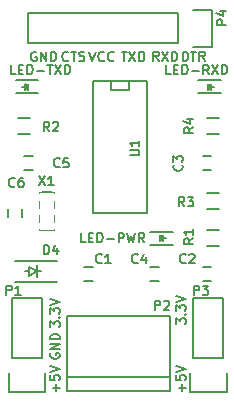
<source format=gbr>
G04 #@! TF.FileFunction,Legend,Top*
%FSLAX46Y46*%
G04 Gerber Fmt 4.6, Leading zero omitted, Abs format (unit mm)*
G04 Created by KiCad (PCBNEW 4.0.2-stable) date Sunday, 05 June 2016 'pmt' 16:31:40*
%MOMM*%
G01*
G04 APERTURE LIST*
%ADD10C,0.100000*%
%ADD11C,0.150000*%
%ADD12C,0.060000*%
G04 APERTURE END LIST*
D10*
D11*
X6165905Y-5238714D02*
X6127810Y-5276810D01*
X6013524Y-5314905D01*
X5937334Y-5314905D01*
X5823048Y-5276810D01*
X5746857Y-5200619D01*
X5708762Y-5124429D01*
X5670667Y-4972048D01*
X5670667Y-4857762D01*
X5708762Y-4705381D01*
X5746857Y-4629190D01*
X5823048Y-4553000D01*
X5937334Y-4514905D01*
X6013524Y-4514905D01*
X6127810Y-4553000D01*
X6165905Y-4591095D01*
X6394476Y-4514905D02*
X6851619Y-4514905D01*
X6623048Y-5314905D02*
X6623048Y-4514905D01*
X7080191Y-5276810D02*
X7194477Y-5314905D01*
X7384953Y-5314905D01*
X7461143Y-5276810D01*
X7499239Y-5238714D01*
X7537334Y-5162524D01*
X7537334Y-5086333D01*
X7499239Y-5010143D01*
X7461143Y-4972048D01*
X7384953Y-4933952D01*
X7232572Y-4895857D01*
X7156381Y-4857762D01*
X7118286Y-4819667D01*
X7080191Y-4743476D01*
X7080191Y-4667286D01*
X7118286Y-4591095D01*
X7156381Y-4553000D01*
X7232572Y-4514905D01*
X7423048Y-4514905D01*
X7537334Y-4553000D01*
X15805143Y-33286571D02*
X15805143Y-32677047D01*
X16109905Y-32981809D02*
X15500381Y-32981809D01*
X15309905Y-31915142D02*
X15309905Y-32296095D01*
X15690857Y-32334190D01*
X15652762Y-32296095D01*
X15614667Y-32219904D01*
X15614667Y-32029428D01*
X15652762Y-31953238D01*
X15690857Y-31915142D01*
X15767048Y-31877047D01*
X15957524Y-31877047D01*
X16033714Y-31915142D01*
X16071810Y-31953238D01*
X16109905Y-32029428D01*
X16109905Y-32219904D01*
X16071810Y-32296095D01*
X16033714Y-32334190D01*
X15309905Y-31648476D02*
X16109905Y-31381809D01*
X15309905Y-31115142D01*
X15309905Y-27596952D02*
X15309905Y-27101714D01*
X15614667Y-27368381D01*
X15614667Y-27254095D01*
X15652762Y-27177905D01*
X15690857Y-27139809D01*
X15767048Y-27101714D01*
X15957524Y-27101714D01*
X16033714Y-27139809D01*
X16071810Y-27177905D01*
X16109905Y-27254095D01*
X16109905Y-27482667D01*
X16071810Y-27558857D01*
X16033714Y-27596952D01*
X16033714Y-26758857D02*
X16071810Y-26720762D01*
X16109905Y-26758857D01*
X16071810Y-26796952D01*
X16033714Y-26758857D01*
X16109905Y-26758857D01*
X15309905Y-26454095D02*
X15309905Y-25958857D01*
X15614667Y-26225524D01*
X15614667Y-26111238D01*
X15652762Y-26035048D01*
X15690857Y-25996952D01*
X15767048Y-25958857D01*
X15957524Y-25958857D01*
X16033714Y-25996952D01*
X16071810Y-26035048D01*
X16109905Y-26111238D01*
X16109905Y-26339810D01*
X16071810Y-26416000D01*
X16033714Y-26454095D01*
X15309905Y-25730286D02*
X16109905Y-25463619D01*
X15309905Y-25196952D01*
X5137143Y-33286571D02*
X5137143Y-32677047D01*
X5441905Y-32981809D02*
X4832381Y-32981809D01*
X4641905Y-31915142D02*
X4641905Y-32296095D01*
X5022857Y-32334190D01*
X4984762Y-32296095D01*
X4946667Y-32219904D01*
X4946667Y-32029428D01*
X4984762Y-31953238D01*
X5022857Y-31915142D01*
X5099048Y-31877047D01*
X5289524Y-31877047D01*
X5365714Y-31915142D01*
X5403810Y-31953238D01*
X5441905Y-32029428D01*
X5441905Y-32219904D01*
X5403810Y-32296095D01*
X5365714Y-32334190D01*
X4641905Y-31648476D02*
X5441905Y-31381809D01*
X4641905Y-31115142D01*
X4680000Y-30073523D02*
X4641905Y-30149714D01*
X4641905Y-30263999D01*
X4680000Y-30378285D01*
X4756190Y-30454476D01*
X4832381Y-30492571D01*
X4984762Y-30530666D01*
X5099048Y-30530666D01*
X5251429Y-30492571D01*
X5327619Y-30454476D01*
X5403810Y-30378285D01*
X5441905Y-30263999D01*
X5441905Y-30187809D01*
X5403810Y-30073523D01*
X5365714Y-30035428D01*
X5099048Y-30035428D01*
X5099048Y-30187809D01*
X5441905Y-29692571D02*
X4641905Y-29692571D01*
X5441905Y-29235428D01*
X4641905Y-29235428D01*
X5441905Y-28854476D02*
X4641905Y-28854476D01*
X4641905Y-28664000D01*
X4680000Y-28549714D01*
X4756190Y-28473523D01*
X4832381Y-28435428D01*
X4984762Y-28397333D01*
X5099048Y-28397333D01*
X5251429Y-28435428D01*
X5327619Y-28473523D01*
X5403810Y-28549714D01*
X5441905Y-28664000D01*
X5441905Y-28854476D01*
X4641905Y-27850952D02*
X4641905Y-27355714D01*
X4946667Y-27622381D01*
X4946667Y-27508095D01*
X4984762Y-27431905D01*
X5022857Y-27393809D01*
X5099048Y-27355714D01*
X5289524Y-27355714D01*
X5365714Y-27393809D01*
X5403810Y-27431905D01*
X5441905Y-27508095D01*
X5441905Y-27736667D01*
X5403810Y-27812857D01*
X5365714Y-27850952D01*
X5365714Y-27012857D02*
X5403810Y-26974762D01*
X5441905Y-27012857D01*
X5403810Y-27050952D01*
X5365714Y-27012857D01*
X5441905Y-27012857D01*
X4641905Y-26708095D02*
X4641905Y-26212857D01*
X4946667Y-26479524D01*
X4946667Y-26365238D01*
X4984762Y-26289048D01*
X5022857Y-26250952D01*
X5099048Y-26212857D01*
X5289524Y-26212857D01*
X5365714Y-26250952D01*
X5403810Y-26289048D01*
X5441905Y-26365238D01*
X5441905Y-26593810D01*
X5403810Y-26670000D01*
X5365714Y-26708095D01*
X4641905Y-25984286D02*
X5441905Y-25717619D01*
X4641905Y-25450952D01*
X15849714Y-5314905D02*
X15849714Y-4514905D01*
X16040190Y-4514905D01*
X16154476Y-4553000D01*
X16230667Y-4629190D01*
X16268762Y-4705381D01*
X16306857Y-4857762D01*
X16306857Y-4972048D01*
X16268762Y-5124429D01*
X16230667Y-5200619D01*
X16154476Y-5276810D01*
X16040190Y-5314905D01*
X15849714Y-5314905D01*
X16535428Y-4514905D02*
X16992571Y-4514905D01*
X16764000Y-5314905D02*
X16764000Y-4514905D01*
X17716381Y-5314905D02*
X17449714Y-4933952D01*
X17259238Y-5314905D02*
X17259238Y-4514905D01*
X17564000Y-4514905D01*
X17640191Y-4553000D01*
X17678286Y-4591095D01*
X17716381Y-4667286D01*
X17716381Y-4781571D01*
X17678286Y-4857762D01*
X17640191Y-4895857D01*
X17564000Y-4933952D01*
X17259238Y-4933952D01*
X13817667Y-5314905D02*
X13551000Y-4933952D01*
X13360524Y-5314905D02*
X13360524Y-4514905D01*
X13665286Y-4514905D01*
X13741477Y-4553000D01*
X13779572Y-4591095D01*
X13817667Y-4667286D01*
X13817667Y-4781571D01*
X13779572Y-4857762D01*
X13741477Y-4895857D01*
X13665286Y-4933952D01*
X13360524Y-4933952D01*
X14084334Y-4514905D02*
X14617667Y-5314905D01*
X14617667Y-4514905D02*
X14084334Y-5314905D01*
X14922429Y-5314905D02*
X14922429Y-4514905D01*
X15112905Y-4514905D01*
X15227191Y-4553000D01*
X15303382Y-4629190D01*
X15341477Y-4705381D01*
X15379572Y-4857762D01*
X15379572Y-4972048D01*
X15341477Y-5124429D01*
X15303382Y-5200619D01*
X15227191Y-5276810D01*
X15112905Y-5314905D01*
X14922429Y-5314905D01*
X10674476Y-4514905D02*
X11131619Y-4514905D01*
X10903048Y-5314905D02*
X10903048Y-4514905D01*
X11322096Y-4514905D02*
X11855429Y-5314905D01*
X11855429Y-4514905D02*
X11322096Y-5314905D01*
X12160191Y-5314905D02*
X12160191Y-4514905D01*
X12350667Y-4514905D01*
X12464953Y-4553000D01*
X12541144Y-4629190D01*
X12579239Y-4705381D01*
X12617334Y-4857762D01*
X12617334Y-4972048D01*
X12579239Y-5124429D01*
X12541144Y-5200619D01*
X12464953Y-5276810D01*
X12350667Y-5314905D01*
X12160191Y-5314905D01*
X7950333Y-4514905D02*
X8217000Y-5314905D01*
X8483667Y-4514905D01*
X9207476Y-5238714D02*
X9169381Y-5276810D01*
X9055095Y-5314905D01*
X8978905Y-5314905D01*
X8864619Y-5276810D01*
X8788428Y-5200619D01*
X8750333Y-5124429D01*
X8712238Y-4972048D01*
X8712238Y-4857762D01*
X8750333Y-4705381D01*
X8788428Y-4629190D01*
X8864619Y-4553000D01*
X8978905Y-4514905D01*
X9055095Y-4514905D01*
X9169381Y-4553000D01*
X9207476Y-4591095D01*
X10007476Y-5238714D02*
X9969381Y-5276810D01*
X9855095Y-5314905D01*
X9778905Y-5314905D01*
X9664619Y-5276810D01*
X9588428Y-5200619D01*
X9550333Y-5124429D01*
X9512238Y-4972048D01*
X9512238Y-4857762D01*
X9550333Y-4705381D01*
X9588428Y-4629190D01*
X9664619Y-4553000D01*
X9778905Y-4514905D01*
X9855095Y-4514905D01*
X9969381Y-4553000D01*
X10007476Y-4591095D01*
X3454477Y-4553000D02*
X3378286Y-4514905D01*
X3264001Y-4514905D01*
X3149715Y-4553000D01*
X3073524Y-4629190D01*
X3035429Y-4705381D01*
X2997334Y-4857762D01*
X2997334Y-4972048D01*
X3035429Y-5124429D01*
X3073524Y-5200619D01*
X3149715Y-5276810D01*
X3264001Y-5314905D01*
X3340191Y-5314905D01*
X3454477Y-5276810D01*
X3492572Y-5238714D01*
X3492572Y-4972048D01*
X3340191Y-4972048D01*
X3835429Y-5314905D02*
X3835429Y-4514905D01*
X4292572Y-5314905D01*
X4292572Y-4514905D01*
X4673524Y-5314905D02*
X4673524Y-4514905D01*
X4864000Y-4514905D01*
X4978286Y-4553000D01*
X5054477Y-4629190D01*
X5092572Y-4705381D01*
X5130667Y-4857762D01*
X5130667Y-4972048D01*
X5092572Y-5124429D01*
X5054477Y-5200619D01*
X4978286Y-5276810D01*
X4864000Y-5314905D01*
X4673524Y-5314905D01*
X13124000Y-20870000D02*
X15024000Y-20870000D01*
X13124000Y-19770000D02*
X15024000Y-19770000D01*
X14024000Y-20320000D02*
X14474000Y-20320000D01*
X13974000Y-20070000D02*
X13974000Y-20570000D01*
X13974000Y-20320000D02*
X14224000Y-20070000D01*
X14224000Y-20070000D02*
X14224000Y-20570000D01*
X14224000Y-20570000D02*
X13974000Y-20320000D01*
X3640000Y-6943000D02*
X1740000Y-6943000D01*
X3640000Y-8043000D02*
X1740000Y-8043000D01*
X2740000Y-7493000D02*
X2290000Y-7493000D01*
X2790000Y-7743000D02*
X2790000Y-7243000D01*
X2790000Y-7493000D02*
X2540000Y-7743000D01*
X2540000Y-7743000D02*
X2540000Y-7243000D01*
X2540000Y-7243000D02*
X2790000Y-7493000D01*
X17188000Y-8043000D02*
X19088000Y-8043000D01*
X17188000Y-6943000D02*
X19088000Y-6943000D01*
X18088000Y-7493000D02*
X18538000Y-7493000D01*
X18038000Y-7243000D02*
X18038000Y-7743000D01*
X18038000Y-7493000D02*
X18288000Y-7243000D01*
X18288000Y-7243000D02*
X18288000Y-7743000D01*
X18288000Y-7743000D02*
X18038000Y-7493000D01*
X2857500Y-23114000D02*
X2476500Y-23114000D01*
X3873500Y-23114000D02*
X3492500Y-23114000D01*
X3492500Y-23114000D02*
X2857500Y-23495000D01*
X2857500Y-23495000D02*
X2857500Y-22733000D01*
X2857500Y-22733000D02*
X3492500Y-23114000D01*
X3492500Y-23622000D02*
X3492500Y-22606000D01*
X5175000Y-22214000D02*
X1635000Y-22214000D01*
X5175000Y-24014000D02*
X1635000Y-24014000D01*
X3937000Y-30480000D02*
X3937000Y-25400000D01*
X3937000Y-25400000D02*
X1397000Y-25400000D01*
X1397000Y-25400000D02*
X1397000Y-30480000D01*
X1117000Y-33300000D02*
X1117000Y-31750000D01*
X1397000Y-30480000D02*
X3937000Y-30480000D01*
X4217000Y-31750000D02*
X4217000Y-33300000D01*
X4217000Y-33300000D02*
X1117000Y-33300000D01*
X15494000Y-3810000D02*
X2794000Y-3810000D01*
X2794000Y-3810000D02*
X2794000Y-1270000D01*
X2794000Y-1270000D02*
X15494000Y-1270000D01*
X18314000Y-4090000D02*
X16764000Y-4090000D01*
X15494000Y-3810000D02*
X15494000Y-1270000D01*
X16764000Y-990000D02*
X18314000Y-990000D01*
X18314000Y-990000D02*
X18314000Y-4090000D01*
X18915000Y-20995000D02*
X17915000Y-20995000D01*
X17915000Y-19645000D02*
X18915000Y-19645000D01*
X1913000Y-10120000D02*
X2913000Y-10120000D01*
X2913000Y-11470000D02*
X1913000Y-11470000D01*
X18915000Y-17820000D02*
X17915000Y-17820000D01*
X17915000Y-16470000D02*
X18915000Y-16470000D01*
X18915000Y-11470000D02*
X17915000Y-11470000D01*
X17915000Y-10120000D02*
X18915000Y-10120000D01*
X11303000Y-6985000D02*
X11303000Y-7747000D01*
X11303000Y-7747000D02*
X9779000Y-7747000D01*
X9779000Y-7747000D02*
X9779000Y-6985000D01*
X12827000Y-18161000D02*
X8255000Y-18161000D01*
X8255000Y-18161000D02*
X8255000Y-6985000D01*
X8255000Y-6985000D02*
X12827000Y-6985000D01*
X12827000Y-6985000D02*
X12827000Y-18161000D01*
X6063100Y-33281460D02*
X14763100Y-33281460D01*
X6063100Y-26876460D02*
X14763100Y-26876460D01*
X14763100Y-26876460D02*
X14763100Y-33281460D01*
X14763100Y-32051460D02*
X6063100Y-32051460D01*
X6063100Y-33281460D02*
X6063100Y-26876460D01*
X19304000Y-30480000D02*
X19304000Y-25400000D01*
X19304000Y-25400000D02*
X16764000Y-25400000D01*
X16764000Y-25400000D02*
X16764000Y-30480000D01*
X16484000Y-33300000D02*
X16484000Y-31750000D01*
X16764000Y-30480000D02*
X19304000Y-30480000D01*
X19584000Y-31750000D02*
X19584000Y-33300000D01*
X19584000Y-33300000D02*
X16484000Y-33300000D01*
D10*
X3668000Y-16534000D02*
X3668000Y-16434000D01*
X4968000Y-16534000D02*
X4968000Y-16434000D01*
X3668000Y-19534000D02*
X3668000Y-19634000D01*
X4968000Y-19534000D02*
X4968000Y-19634000D01*
X4968000Y-18934000D02*
X4968000Y-18334000D01*
X3668000Y-18934000D02*
X3668000Y-18334000D01*
X3668000Y-17734000D02*
X3668000Y-17134000D01*
X4968000Y-17734000D02*
X4968000Y-17134000D01*
D12*
X4718000Y-16314000D02*
X3918000Y-16314000D01*
D10*
X4968000Y-16434000D02*
X3668000Y-16434000D01*
X4968000Y-19634000D02*
X3668000Y-19634000D01*
D11*
X7524000Y-22768000D02*
X8224000Y-22768000D01*
X8224000Y-23968000D02*
X7524000Y-23968000D01*
X18257000Y-23968000D02*
X17557000Y-23968000D01*
X17557000Y-22768000D02*
X18257000Y-22768000D01*
X18257000Y-14570000D02*
X17557000Y-14570000D01*
X17557000Y-13370000D02*
X18257000Y-13370000D01*
X13112000Y-22768000D02*
X13812000Y-22768000D01*
X13812000Y-23968000D02*
X13112000Y-23968000D01*
X3144000Y-14570000D02*
X2444000Y-14570000D01*
X2444000Y-13370000D02*
X3144000Y-13370000D01*
X1051000Y-18511000D02*
X1051000Y-17811000D01*
X2251000Y-17811000D02*
X2251000Y-18511000D01*
X7639334Y-20681905D02*
X7258381Y-20681905D01*
X7258381Y-19881905D01*
X7906000Y-20262857D02*
X8172667Y-20262857D01*
X8286953Y-20681905D02*
X7906000Y-20681905D01*
X7906000Y-19881905D01*
X8286953Y-19881905D01*
X8629810Y-20681905D02*
X8629810Y-19881905D01*
X8820286Y-19881905D01*
X8934572Y-19920000D01*
X9010763Y-19996190D01*
X9048858Y-20072381D01*
X9086953Y-20224762D01*
X9086953Y-20339048D01*
X9048858Y-20491429D01*
X9010763Y-20567619D01*
X8934572Y-20643810D01*
X8820286Y-20681905D01*
X8629810Y-20681905D01*
X9429810Y-20377143D02*
X10039334Y-20377143D01*
X10420286Y-20681905D02*
X10420286Y-19881905D01*
X10725048Y-19881905D01*
X10801239Y-19920000D01*
X10839334Y-19958095D01*
X10877429Y-20034286D01*
X10877429Y-20148571D01*
X10839334Y-20224762D01*
X10801239Y-20262857D01*
X10725048Y-20300952D01*
X10420286Y-20300952D01*
X11144096Y-19881905D02*
X11334572Y-20681905D01*
X11486953Y-20110476D01*
X11639334Y-20681905D01*
X11829810Y-19881905D01*
X12591715Y-20681905D02*
X12325048Y-20300952D01*
X12134572Y-20681905D02*
X12134572Y-19881905D01*
X12439334Y-19881905D01*
X12515525Y-19920000D01*
X12553620Y-19958095D01*
X12591715Y-20034286D01*
X12591715Y-20148571D01*
X12553620Y-20224762D01*
X12515525Y-20262857D01*
X12439334Y-20300952D01*
X12134572Y-20300952D01*
X1714762Y-6457905D02*
X1333809Y-6457905D01*
X1333809Y-5657905D01*
X1981428Y-6038857D02*
X2248095Y-6038857D01*
X2362381Y-6457905D02*
X1981428Y-6457905D01*
X1981428Y-5657905D01*
X2362381Y-5657905D01*
X2705238Y-6457905D02*
X2705238Y-5657905D01*
X2895714Y-5657905D01*
X3010000Y-5696000D01*
X3086191Y-5772190D01*
X3124286Y-5848381D01*
X3162381Y-6000762D01*
X3162381Y-6115048D01*
X3124286Y-6267429D01*
X3086191Y-6343619D01*
X3010000Y-6419810D01*
X2895714Y-6457905D01*
X2705238Y-6457905D01*
X3505238Y-6153143D02*
X4114762Y-6153143D01*
X4381428Y-5657905D02*
X4838571Y-5657905D01*
X4610000Y-6457905D02*
X4610000Y-5657905D01*
X5029048Y-5657905D02*
X5562381Y-6457905D01*
X5562381Y-5657905D02*
X5029048Y-6457905D01*
X5867143Y-6457905D02*
X5867143Y-5657905D01*
X6057619Y-5657905D01*
X6171905Y-5696000D01*
X6248096Y-5772190D01*
X6286191Y-5848381D01*
X6324286Y-6000762D01*
X6324286Y-6115048D01*
X6286191Y-6267429D01*
X6248096Y-6343619D01*
X6171905Y-6419810D01*
X6057619Y-6457905D01*
X5867143Y-6457905D01*
X14827524Y-6457905D02*
X14446571Y-6457905D01*
X14446571Y-5657905D01*
X15094190Y-6038857D02*
X15360857Y-6038857D01*
X15475143Y-6457905D02*
X15094190Y-6457905D01*
X15094190Y-5657905D01*
X15475143Y-5657905D01*
X15818000Y-6457905D02*
X15818000Y-5657905D01*
X16008476Y-5657905D01*
X16122762Y-5696000D01*
X16198953Y-5772190D01*
X16237048Y-5848381D01*
X16275143Y-6000762D01*
X16275143Y-6115048D01*
X16237048Y-6267429D01*
X16198953Y-6343619D01*
X16122762Y-6419810D01*
X16008476Y-6457905D01*
X15818000Y-6457905D01*
X16618000Y-6153143D02*
X17227524Y-6153143D01*
X18065619Y-6457905D02*
X17798952Y-6076952D01*
X17608476Y-6457905D02*
X17608476Y-5657905D01*
X17913238Y-5657905D01*
X17989429Y-5696000D01*
X18027524Y-5734095D01*
X18065619Y-5810286D01*
X18065619Y-5924571D01*
X18027524Y-6000762D01*
X17989429Y-6038857D01*
X17913238Y-6076952D01*
X17608476Y-6076952D01*
X18332286Y-5657905D02*
X18865619Y-6457905D01*
X18865619Y-5657905D02*
X18332286Y-6457905D01*
X19170381Y-6457905D02*
X19170381Y-5657905D01*
X19360857Y-5657905D01*
X19475143Y-5696000D01*
X19551334Y-5772190D01*
X19589429Y-5848381D01*
X19627524Y-6000762D01*
X19627524Y-6115048D01*
X19589429Y-6267429D01*
X19551334Y-6343619D01*
X19475143Y-6419810D01*
X19360857Y-6457905D01*
X19170381Y-6457905D01*
X4108524Y-21697905D02*
X4108524Y-20897905D01*
X4299000Y-20897905D01*
X4413286Y-20936000D01*
X4489477Y-21012190D01*
X4527572Y-21088381D01*
X4565667Y-21240762D01*
X4565667Y-21355048D01*
X4527572Y-21507429D01*
X4489477Y-21583619D01*
X4413286Y-21659810D01*
X4299000Y-21697905D01*
X4108524Y-21697905D01*
X5251381Y-21164571D02*
X5251381Y-21697905D01*
X5060905Y-20859810D02*
X4870429Y-21431238D01*
X5365667Y-21431238D01*
X933524Y-25126905D02*
X933524Y-24326905D01*
X1238286Y-24326905D01*
X1314477Y-24365000D01*
X1352572Y-24403095D01*
X1390667Y-24479286D01*
X1390667Y-24593571D01*
X1352572Y-24669762D01*
X1314477Y-24707857D01*
X1238286Y-24745952D01*
X933524Y-24745952D01*
X2152572Y-25126905D02*
X1695429Y-25126905D01*
X1924000Y-25126905D02*
X1924000Y-24326905D01*
X1847810Y-24441190D01*
X1771619Y-24517381D01*
X1695429Y-24555476D01*
X19538905Y-2241476D02*
X18738905Y-2241476D01*
X18738905Y-1936714D01*
X18777000Y-1860523D01*
X18815095Y-1822428D01*
X18891286Y-1784333D01*
X19005571Y-1784333D01*
X19081762Y-1822428D01*
X19119857Y-1860523D01*
X19157952Y-1936714D01*
X19157952Y-2241476D01*
X19005571Y-1098619D02*
X19538905Y-1098619D01*
X18700810Y-1289095D02*
X19272238Y-1479571D01*
X19272238Y-984333D01*
X16744905Y-20326333D02*
X16363952Y-20593000D01*
X16744905Y-20783476D02*
X15944905Y-20783476D01*
X15944905Y-20478714D01*
X15983000Y-20402523D01*
X16021095Y-20364428D01*
X16097286Y-20326333D01*
X16211571Y-20326333D01*
X16287762Y-20364428D01*
X16325857Y-20402523D01*
X16363952Y-20478714D01*
X16363952Y-20783476D01*
X16744905Y-19564428D02*
X16744905Y-20021571D01*
X16744905Y-19793000D02*
X15944905Y-19793000D01*
X16059190Y-19869190D01*
X16135381Y-19945381D01*
X16173476Y-20021571D01*
X4565667Y-11283905D02*
X4299000Y-10902952D01*
X4108524Y-11283905D02*
X4108524Y-10483905D01*
X4413286Y-10483905D01*
X4489477Y-10522000D01*
X4527572Y-10560095D01*
X4565667Y-10636286D01*
X4565667Y-10750571D01*
X4527572Y-10826762D01*
X4489477Y-10864857D01*
X4413286Y-10902952D01*
X4108524Y-10902952D01*
X4870429Y-10560095D02*
X4908524Y-10522000D01*
X4984715Y-10483905D01*
X5175191Y-10483905D01*
X5251381Y-10522000D01*
X5289477Y-10560095D01*
X5327572Y-10636286D01*
X5327572Y-10712476D01*
X5289477Y-10826762D01*
X4832334Y-11283905D01*
X5327572Y-11283905D01*
X15995667Y-17633905D02*
X15729000Y-17252952D01*
X15538524Y-17633905D02*
X15538524Y-16833905D01*
X15843286Y-16833905D01*
X15919477Y-16872000D01*
X15957572Y-16910095D01*
X15995667Y-16986286D01*
X15995667Y-17100571D01*
X15957572Y-17176762D01*
X15919477Y-17214857D01*
X15843286Y-17252952D01*
X15538524Y-17252952D01*
X16262334Y-16833905D02*
X16757572Y-16833905D01*
X16490905Y-17138667D01*
X16605191Y-17138667D01*
X16681381Y-17176762D01*
X16719477Y-17214857D01*
X16757572Y-17291048D01*
X16757572Y-17481524D01*
X16719477Y-17557714D01*
X16681381Y-17595810D01*
X16605191Y-17633905D01*
X16376619Y-17633905D01*
X16300429Y-17595810D01*
X16262334Y-17557714D01*
X16744905Y-10928333D02*
X16363952Y-11195000D01*
X16744905Y-11385476D02*
X15944905Y-11385476D01*
X15944905Y-11080714D01*
X15983000Y-11004523D01*
X16021095Y-10966428D01*
X16097286Y-10928333D01*
X16211571Y-10928333D01*
X16287762Y-10966428D01*
X16325857Y-11004523D01*
X16363952Y-11080714D01*
X16363952Y-11385476D01*
X16211571Y-10242619D02*
X16744905Y-10242619D01*
X15906810Y-10433095D02*
X16478238Y-10623571D01*
X16478238Y-10128333D01*
X11372905Y-13309524D02*
X12020524Y-13309524D01*
X12096714Y-13271429D01*
X12134810Y-13233333D01*
X12172905Y-13157143D01*
X12172905Y-13004762D01*
X12134810Y-12928571D01*
X12096714Y-12890476D01*
X12020524Y-12852381D01*
X11372905Y-12852381D01*
X12172905Y-12052381D02*
X12172905Y-12509524D01*
X12172905Y-12280953D02*
X11372905Y-12280953D01*
X11487190Y-12357143D01*
X11563381Y-12433334D01*
X11601476Y-12509524D01*
X13506524Y-26396905D02*
X13506524Y-25596905D01*
X13811286Y-25596905D01*
X13887477Y-25635000D01*
X13925572Y-25673095D01*
X13963667Y-25749286D01*
X13963667Y-25863571D01*
X13925572Y-25939762D01*
X13887477Y-25977857D01*
X13811286Y-26015952D01*
X13506524Y-26015952D01*
X14268429Y-25673095D02*
X14306524Y-25635000D01*
X14382715Y-25596905D01*
X14573191Y-25596905D01*
X14649381Y-25635000D01*
X14687477Y-25673095D01*
X14725572Y-25749286D01*
X14725572Y-25825476D01*
X14687477Y-25939762D01*
X14230334Y-26396905D01*
X14725572Y-26396905D01*
X16808524Y-25126905D02*
X16808524Y-24326905D01*
X17113286Y-24326905D01*
X17189477Y-24365000D01*
X17227572Y-24403095D01*
X17265667Y-24479286D01*
X17265667Y-24593571D01*
X17227572Y-24669762D01*
X17189477Y-24707857D01*
X17113286Y-24745952D01*
X16808524Y-24745952D01*
X17532334Y-24326905D02*
X18027572Y-24326905D01*
X17760905Y-24631667D01*
X17875191Y-24631667D01*
X17951381Y-24669762D01*
X17989477Y-24707857D01*
X18027572Y-24784048D01*
X18027572Y-24974524D01*
X17989477Y-25050714D01*
X17951381Y-25088810D01*
X17875191Y-25126905D01*
X17646619Y-25126905D01*
X17570429Y-25088810D01*
X17532334Y-25050714D01*
X3670381Y-15055905D02*
X4203714Y-15855905D01*
X4203714Y-15055905D02*
X3670381Y-15855905D01*
X4927524Y-15855905D02*
X4470381Y-15855905D01*
X4698952Y-15855905D02*
X4698952Y-15055905D01*
X4622762Y-15170190D01*
X4546571Y-15246381D01*
X4470381Y-15284476D01*
X9010667Y-22383714D02*
X8972572Y-22421810D01*
X8858286Y-22459905D01*
X8782096Y-22459905D01*
X8667810Y-22421810D01*
X8591619Y-22345619D01*
X8553524Y-22269429D01*
X8515429Y-22117048D01*
X8515429Y-22002762D01*
X8553524Y-21850381D01*
X8591619Y-21774190D01*
X8667810Y-21698000D01*
X8782096Y-21659905D01*
X8858286Y-21659905D01*
X8972572Y-21698000D01*
X9010667Y-21736095D01*
X9772572Y-22459905D02*
X9315429Y-22459905D01*
X9544000Y-22459905D02*
X9544000Y-21659905D01*
X9467810Y-21774190D01*
X9391619Y-21850381D01*
X9315429Y-21888476D01*
X16122667Y-22383714D02*
X16084572Y-22421810D01*
X15970286Y-22459905D01*
X15894096Y-22459905D01*
X15779810Y-22421810D01*
X15703619Y-22345619D01*
X15665524Y-22269429D01*
X15627429Y-22117048D01*
X15627429Y-22002762D01*
X15665524Y-21850381D01*
X15703619Y-21774190D01*
X15779810Y-21698000D01*
X15894096Y-21659905D01*
X15970286Y-21659905D01*
X16084572Y-21698000D01*
X16122667Y-21736095D01*
X16427429Y-21736095D02*
X16465524Y-21698000D01*
X16541715Y-21659905D01*
X16732191Y-21659905D01*
X16808381Y-21698000D01*
X16846477Y-21736095D01*
X16884572Y-21812286D01*
X16884572Y-21888476D01*
X16846477Y-22002762D01*
X16389334Y-22459905D01*
X16884572Y-22459905D01*
X15779714Y-14103333D02*
X15817810Y-14141428D01*
X15855905Y-14255714D01*
X15855905Y-14331904D01*
X15817810Y-14446190D01*
X15741619Y-14522381D01*
X15665429Y-14560476D01*
X15513048Y-14598571D01*
X15398762Y-14598571D01*
X15246381Y-14560476D01*
X15170190Y-14522381D01*
X15094000Y-14446190D01*
X15055905Y-14331904D01*
X15055905Y-14255714D01*
X15094000Y-14141428D01*
X15132095Y-14103333D01*
X15055905Y-13836666D02*
X15055905Y-13341428D01*
X15360667Y-13608095D01*
X15360667Y-13493809D01*
X15398762Y-13417619D01*
X15436857Y-13379523D01*
X15513048Y-13341428D01*
X15703524Y-13341428D01*
X15779714Y-13379523D01*
X15817810Y-13417619D01*
X15855905Y-13493809D01*
X15855905Y-13722381D01*
X15817810Y-13798571D01*
X15779714Y-13836666D01*
X12058667Y-22383714D02*
X12020572Y-22421810D01*
X11906286Y-22459905D01*
X11830096Y-22459905D01*
X11715810Y-22421810D01*
X11639619Y-22345619D01*
X11601524Y-22269429D01*
X11563429Y-22117048D01*
X11563429Y-22002762D01*
X11601524Y-21850381D01*
X11639619Y-21774190D01*
X11715810Y-21698000D01*
X11830096Y-21659905D01*
X11906286Y-21659905D01*
X12020572Y-21698000D01*
X12058667Y-21736095D01*
X12744381Y-21926571D02*
X12744381Y-22459905D01*
X12553905Y-21621810D02*
X12363429Y-22193238D01*
X12858667Y-22193238D01*
X5454667Y-14255714D02*
X5416572Y-14293810D01*
X5302286Y-14331905D01*
X5226096Y-14331905D01*
X5111810Y-14293810D01*
X5035619Y-14217619D01*
X4997524Y-14141429D01*
X4959429Y-13989048D01*
X4959429Y-13874762D01*
X4997524Y-13722381D01*
X5035619Y-13646190D01*
X5111810Y-13570000D01*
X5226096Y-13531905D01*
X5302286Y-13531905D01*
X5416572Y-13570000D01*
X5454667Y-13608095D01*
X6178477Y-13531905D02*
X5797524Y-13531905D01*
X5759429Y-13912857D01*
X5797524Y-13874762D01*
X5873715Y-13836667D01*
X6064191Y-13836667D01*
X6140381Y-13874762D01*
X6178477Y-13912857D01*
X6216572Y-13989048D01*
X6216572Y-14179524D01*
X6178477Y-14255714D01*
X6140381Y-14293810D01*
X6064191Y-14331905D01*
X5873715Y-14331905D01*
X5797524Y-14293810D01*
X5759429Y-14255714D01*
X1644667Y-15906714D02*
X1606572Y-15944810D01*
X1492286Y-15982905D01*
X1416096Y-15982905D01*
X1301810Y-15944810D01*
X1225619Y-15868619D01*
X1187524Y-15792429D01*
X1149429Y-15640048D01*
X1149429Y-15525762D01*
X1187524Y-15373381D01*
X1225619Y-15297190D01*
X1301810Y-15221000D01*
X1416096Y-15182905D01*
X1492286Y-15182905D01*
X1606572Y-15221000D01*
X1644667Y-15259095D01*
X2330381Y-15182905D02*
X2178000Y-15182905D01*
X2101810Y-15221000D01*
X2063715Y-15259095D01*
X1987524Y-15373381D01*
X1949429Y-15525762D01*
X1949429Y-15830524D01*
X1987524Y-15906714D01*
X2025619Y-15944810D01*
X2101810Y-15982905D01*
X2254191Y-15982905D01*
X2330381Y-15944810D01*
X2368477Y-15906714D01*
X2406572Y-15830524D01*
X2406572Y-15640048D01*
X2368477Y-15563857D01*
X2330381Y-15525762D01*
X2254191Y-15487667D01*
X2101810Y-15487667D01*
X2025619Y-15525762D01*
X1987524Y-15563857D01*
X1949429Y-15640048D01*
M02*

</source>
